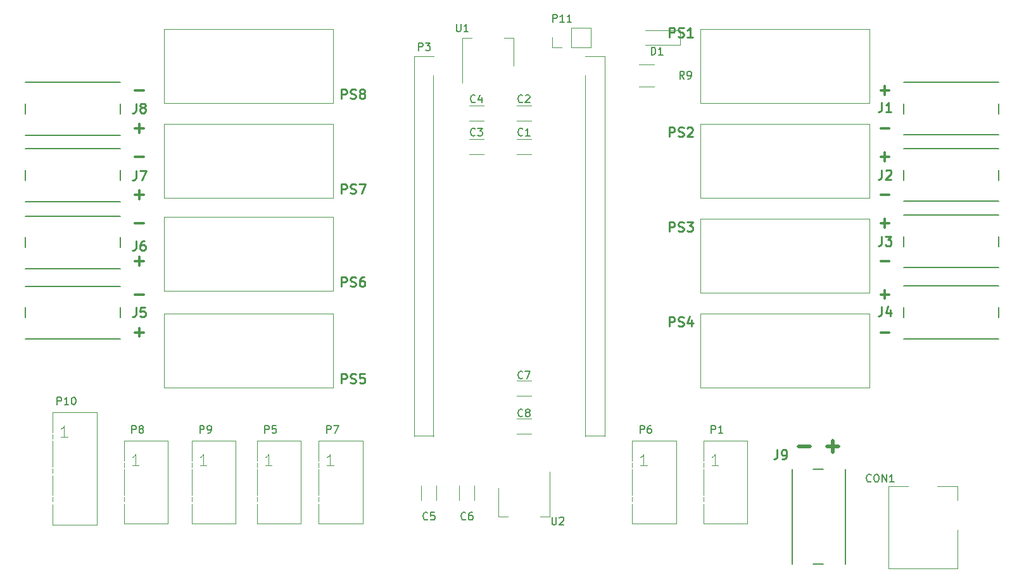
<source format=gbr>
G04 #@! TF.GenerationSoftware,KiCad,Pcbnew,(5.1.0)-1*
G04 #@! TF.CreationDate,2019-04-10T15:15:50-05:00*
G04 #@! TF.ProjectId,controlLED,636f6e74-726f-46c4-9c45-442e6b696361,rev?*
G04 #@! TF.SameCoordinates,Original*
G04 #@! TF.FileFunction,Legend,Top*
G04 #@! TF.FilePolarity,Positive*
%FSLAX46Y46*%
G04 Gerber Fmt 4.6, Leading zero omitted, Abs format (unit mm)*
G04 Created by KiCad (PCBNEW (5.1.0)-1) date 2019-04-10 15:15:50*
%MOMM*%
%LPD*%
G04 APERTURE LIST*
%ADD10C,0.300000*%
%ADD11C,0.500000*%
%ADD12C,0.120000*%
%ADD13C,0.100000*%
%ADD14C,0.200000*%
%ADD15C,0.150000*%
%ADD16C,0.254000*%
G04 APERTURE END LIST*
D10*
X195008571Y-66782142D02*
X196151428Y-66782142D01*
X195008571Y-75672142D02*
X196151428Y-75672142D01*
X195008571Y-84562142D02*
X196151428Y-84562142D01*
X195008571Y-94087142D02*
X196151428Y-94087142D01*
X95313571Y-89007142D02*
X96456428Y-89007142D01*
X95313571Y-79482142D02*
X96456428Y-79482142D01*
X95313571Y-61702142D02*
X96456428Y-61702142D01*
X95313571Y-70592142D02*
X96456428Y-70592142D01*
D11*
X184023095Y-109362857D02*
X185546904Y-109362857D01*
X187833095Y-109362857D02*
X189356904Y-109362857D01*
X188595000Y-110124761D02*
X188595000Y-108600952D01*
D10*
X95313571Y-94087142D02*
X96456428Y-94087142D01*
X95885000Y-94658571D02*
X95885000Y-93515714D01*
X95313571Y-84562142D02*
X96456428Y-84562142D01*
X95885000Y-85133571D02*
X95885000Y-83990714D01*
X95313571Y-75672142D02*
X96456428Y-75672142D01*
X95885000Y-76243571D02*
X95885000Y-75100714D01*
X95313571Y-66782142D02*
X96456428Y-66782142D01*
X95885000Y-67353571D02*
X95885000Y-66210714D01*
X195008571Y-89007142D02*
X196151428Y-89007142D01*
X195580000Y-89578571D02*
X195580000Y-88435714D01*
X195008571Y-61702142D02*
X196151428Y-61702142D01*
X195580000Y-62273571D02*
X195580000Y-61130714D01*
X195008571Y-79482142D02*
X196151428Y-79482142D01*
X195580000Y-80053571D02*
X195580000Y-78910714D01*
X195008571Y-70592142D02*
X196151428Y-70592142D01*
X195580000Y-71163571D02*
X195580000Y-70020714D01*
D12*
X205260000Y-120570000D02*
X205260000Y-125730000D01*
X205260000Y-125730000D02*
X196060000Y-125730000D01*
X202560000Y-114670000D02*
X205260000Y-114670000D01*
X205260000Y-114670000D02*
X205260000Y-116570000D01*
X196060000Y-125730000D02*
X196060000Y-114670000D01*
X196060000Y-114670000D02*
X198660000Y-114670000D01*
X132655000Y-59690000D02*
X132655000Y-108010000D01*
X158125000Y-57090000D02*
X158125000Y-108010000D01*
X132655000Y-57090000D02*
X135255000Y-57090000D01*
X132655000Y-59690000D02*
X132655000Y-57090000D01*
X155515000Y-57090000D02*
X158115000Y-57090000D01*
X132655000Y-107950000D02*
X135255000Y-107950000D01*
X155515000Y-107890000D02*
X158115000Y-107890000D01*
X135195000Y-59690000D02*
X135195000Y-108010000D01*
X155515000Y-59690000D02*
X155515000Y-108010000D01*
X139970000Y-70235000D02*
X141970000Y-70235000D01*
X141970000Y-68195000D02*
X139970000Y-68195000D01*
D13*
X121790000Y-91570000D02*
X121790000Y-101470000D01*
X121790000Y-101470000D02*
X99190000Y-101470000D01*
X99190000Y-101470000D02*
X99190000Y-91570000D01*
X99190000Y-91570000D02*
X121790000Y-91570000D01*
X170945000Y-63370000D02*
X170945000Y-53470000D01*
X170945000Y-53470000D02*
X193545000Y-53470000D01*
X193545000Y-53470000D02*
X193545000Y-63370000D01*
X193545000Y-63370000D02*
X170945000Y-63370000D01*
D12*
X143910000Y-118750000D02*
X145170000Y-118750000D01*
X150730000Y-118750000D02*
X149470000Y-118750000D01*
X143910000Y-114990000D02*
X143910000Y-118750000D01*
X150730000Y-112740000D02*
X150730000Y-118750000D01*
X148320000Y-68195000D02*
X146320000Y-68195000D01*
X146320000Y-70235000D02*
X148320000Y-70235000D01*
X148320000Y-63750000D02*
X146320000Y-63750000D01*
X146320000Y-65790000D02*
X148320000Y-65790000D01*
X139970000Y-65790000D02*
X141970000Y-65790000D01*
X141970000Y-63750000D02*
X139970000Y-63750000D01*
X135640000Y-116570000D02*
X135640000Y-114570000D01*
X133600000Y-114570000D02*
X133600000Y-116570000D01*
X140720000Y-116570000D02*
X140720000Y-114570000D01*
X138680000Y-114570000D02*
X138680000Y-116570000D01*
X148320000Y-100580000D02*
X146320000Y-100580000D01*
X146320000Y-102620000D02*
X148320000Y-102620000D01*
X148320000Y-105660000D02*
X146320000Y-105660000D01*
X146320000Y-107700000D02*
X148320000Y-107700000D01*
X168200000Y-55560000D02*
X168200000Y-53660000D01*
X168200000Y-53660000D02*
X163500000Y-53660000D01*
X168200000Y-55560000D02*
X163500000Y-55560000D01*
D14*
X210820000Y-67638000D02*
X198120000Y-67638000D01*
X198120000Y-60568000D02*
X210820000Y-60568000D01*
X210820000Y-64819000D02*
X210820000Y-63451000D01*
X198120000Y-64819000D02*
X198120000Y-63451000D01*
X210820000Y-76528000D02*
X198120000Y-76528000D01*
X198120000Y-69458000D02*
X210820000Y-69458000D01*
X210820000Y-73709000D02*
X210820000Y-72341000D01*
X198120000Y-73709000D02*
X198120000Y-72341000D01*
X210820000Y-85418000D02*
X198120000Y-85418000D01*
X198120000Y-78348000D02*
X210820000Y-78348000D01*
X210820000Y-82599000D02*
X210820000Y-81231000D01*
X198120000Y-82599000D02*
X198120000Y-81231000D01*
X210820000Y-94943000D02*
X198120000Y-94943000D01*
X198120000Y-87873000D02*
X210820000Y-87873000D01*
X210820000Y-92124000D02*
X210820000Y-90756000D01*
X198120000Y-92124000D02*
X198120000Y-90756000D01*
X80645000Y-87937000D02*
X93345000Y-87937000D01*
X93345000Y-95007000D02*
X80645000Y-95007000D01*
X80645000Y-90756000D02*
X80645000Y-92124000D01*
X93345000Y-90756000D02*
X93345000Y-92124000D01*
X80627000Y-78507000D02*
X93327000Y-78507000D01*
X93327000Y-85577000D02*
X80627000Y-85577000D01*
X80627000Y-81326000D02*
X80627000Y-82694000D01*
X93327000Y-81326000D02*
X93327000Y-82694000D01*
X80645000Y-69522000D02*
X93345000Y-69522000D01*
X93345000Y-76592000D02*
X80645000Y-76592000D01*
X80645000Y-72341000D02*
X80645000Y-73709000D01*
X93345000Y-72341000D02*
X93345000Y-73709000D01*
X183187000Y-125095000D02*
X183187000Y-112395000D01*
X190257000Y-112395000D02*
X190257000Y-125095000D01*
X186006000Y-125095000D02*
X187374000Y-125095000D01*
X186006000Y-112395000D02*
X187374000Y-112395000D01*
D12*
X171325000Y-116125000D02*
X171325000Y-116725000D01*
X171325000Y-111525000D02*
X171325000Y-112125000D01*
X177175000Y-108625000D02*
X177175000Y-119675000D01*
X171325000Y-108625000D02*
X177175000Y-108625000D01*
X171325000Y-112375000D02*
X171325000Y-115875000D01*
X171325000Y-119675000D02*
X177175000Y-119675000D01*
X171325000Y-108625000D02*
X171325000Y-111275000D01*
X171325000Y-117025000D02*
X171325000Y-119675000D01*
X111635000Y-116125000D02*
X111635000Y-116725000D01*
X111635000Y-111525000D02*
X111635000Y-112125000D01*
X117485000Y-108625000D02*
X117485000Y-119675000D01*
X111635000Y-108625000D02*
X117485000Y-108625000D01*
X111635000Y-112375000D02*
X111635000Y-115875000D01*
X111635000Y-119675000D02*
X117485000Y-119675000D01*
X111635000Y-108625000D02*
X111635000Y-111275000D01*
X111635000Y-117025000D02*
X111635000Y-119675000D01*
X161800000Y-116125000D02*
X161800000Y-116725000D01*
X161800000Y-111525000D02*
X161800000Y-112125000D01*
X167650000Y-108625000D02*
X167650000Y-119675000D01*
X161800000Y-108625000D02*
X167650000Y-108625000D01*
X161800000Y-112375000D02*
X161800000Y-115875000D01*
X161800000Y-119675000D02*
X167650000Y-119675000D01*
X161800000Y-108625000D02*
X161800000Y-111275000D01*
X161800000Y-117025000D02*
X161800000Y-119675000D01*
X119890000Y-116125000D02*
X119890000Y-116725000D01*
X119890000Y-111525000D02*
X119890000Y-112125000D01*
X125740000Y-108625000D02*
X125740000Y-119675000D01*
X119890000Y-108625000D02*
X125740000Y-108625000D01*
X119890000Y-112375000D02*
X119890000Y-115875000D01*
X119890000Y-119675000D02*
X125740000Y-119675000D01*
X119890000Y-108625000D02*
X119890000Y-111275000D01*
X119890000Y-117025000D02*
X119890000Y-119675000D01*
X93855000Y-116125000D02*
X93855000Y-116725000D01*
X93855000Y-111525000D02*
X93855000Y-112125000D01*
X99705000Y-108625000D02*
X99705000Y-119675000D01*
X93855000Y-108625000D02*
X99705000Y-108625000D01*
X93855000Y-112375000D02*
X93855000Y-115875000D01*
X93855000Y-119675000D02*
X99705000Y-119675000D01*
X93855000Y-108625000D02*
X93855000Y-111275000D01*
X93855000Y-117025000D02*
X93855000Y-119675000D01*
X102935000Y-116125000D02*
X102935000Y-116725000D01*
X102935000Y-111525000D02*
X102935000Y-112125000D01*
X108785000Y-108625000D02*
X108785000Y-119675000D01*
X102935000Y-108625000D02*
X108785000Y-108625000D01*
X102935000Y-112375000D02*
X102935000Y-115875000D01*
X102935000Y-119675000D02*
X108785000Y-119675000D01*
X102935000Y-108625000D02*
X102935000Y-111275000D01*
X102935000Y-117025000D02*
X102935000Y-119675000D01*
X84330000Y-112315000D02*
X84330000Y-112915000D01*
X84330000Y-107715000D02*
X84330000Y-108315000D01*
X90180000Y-104815000D02*
X90180000Y-119865000D01*
X84330000Y-104815000D02*
X90180000Y-104815000D01*
X84330000Y-108565000D02*
X84330000Y-112065000D01*
X84330000Y-119865000D02*
X90180000Y-119865000D01*
X84330000Y-104815000D02*
X84330000Y-107465000D01*
X84330000Y-113215000D02*
X84330000Y-115865000D01*
X84330000Y-117190000D02*
X84330000Y-119840000D01*
X84330000Y-116115000D02*
X84330000Y-116715000D01*
X156270000Y-55940000D02*
X156270000Y-53280000D01*
X153670000Y-55940000D02*
X156270000Y-55940000D01*
X153670000Y-53280000D02*
X156270000Y-53280000D01*
X153670000Y-55940000D02*
X153670000Y-53280000D01*
X152400000Y-55940000D02*
X151070000Y-55940000D01*
X151070000Y-55940000D02*
X151070000Y-54610000D01*
D13*
X170945000Y-76070000D02*
X170945000Y-66170000D01*
X170945000Y-66170000D02*
X193545000Y-66170000D01*
X193545000Y-66170000D02*
X193545000Y-76070000D01*
X193545000Y-76070000D02*
X170945000Y-76070000D01*
X170945000Y-88770000D02*
X170945000Y-78870000D01*
X170945000Y-78870000D02*
X193545000Y-78870000D01*
X193545000Y-78870000D02*
X193545000Y-88770000D01*
X193545000Y-88770000D02*
X170945000Y-88770000D01*
X170945000Y-101470000D02*
X170945000Y-91570000D01*
X170945000Y-91570000D02*
X193545000Y-91570000D01*
X193545000Y-91570000D02*
X193545000Y-101470000D01*
X193545000Y-101470000D02*
X170945000Y-101470000D01*
X121790000Y-78616000D02*
X121790000Y-88516000D01*
X121790000Y-88516000D02*
X99190000Y-88516000D01*
X99190000Y-88516000D02*
X99190000Y-78616000D01*
X99190000Y-78616000D02*
X121790000Y-78616000D01*
X121790000Y-66170000D02*
X121790000Y-76070000D01*
X121790000Y-76070000D02*
X99190000Y-76070000D01*
X99190000Y-76070000D02*
X99190000Y-66170000D01*
X99190000Y-66170000D02*
X121790000Y-66170000D01*
X121790000Y-53470000D02*
X121790000Y-63370000D01*
X121790000Y-63370000D02*
X99190000Y-63370000D01*
X99190000Y-63370000D02*
X99190000Y-53470000D01*
X99190000Y-53470000D02*
X121790000Y-53470000D01*
D12*
X162735000Y-58210000D02*
X164735000Y-58210000D01*
X164735000Y-61170000D02*
X162735000Y-61170000D01*
X145890000Y-54630000D02*
X144630000Y-54630000D01*
X139070000Y-54630000D02*
X140330000Y-54630000D01*
X145890000Y-58390000D02*
X145890000Y-54630000D01*
X139070000Y-60640000D02*
X139070000Y-54630000D01*
D14*
X80645000Y-60632000D02*
X93345000Y-60632000D01*
X93345000Y-67702000D02*
X80645000Y-67702000D01*
X80645000Y-63451000D02*
X80645000Y-64819000D01*
X93345000Y-63451000D02*
X93345000Y-64819000D01*
D15*
X193730714Y-114022142D02*
X193683095Y-114069761D01*
X193540238Y-114117380D01*
X193445000Y-114117380D01*
X193302142Y-114069761D01*
X193206904Y-113974523D01*
X193159285Y-113879285D01*
X193111666Y-113688809D01*
X193111666Y-113545952D01*
X193159285Y-113355476D01*
X193206904Y-113260238D01*
X193302142Y-113165000D01*
X193445000Y-113117380D01*
X193540238Y-113117380D01*
X193683095Y-113165000D01*
X193730714Y-113212619D01*
X194349761Y-113117380D02*
X194540238Y-113117380D01*
X194635476Y-113165000D01*
X194730714Y-113260238D01*
X194778333Y-113450714D01*
X194778333Y-113784047D01*
X194730714Y-113974523D01*
X194635476Y-114069761D01*
X194540238Y-114117380D01*
X194349761Y-114117380D01*
X194254523Y-114069761D01*
X194159285Y-113974523D01*
X194111666Y-113784047D01*
X194111666Y-113450714D01*
X194159285Y-113260238D01*
X194254523Y-113165000D01*
X194349761Y-113117380D01*
X195206904Y-114117380D02*
X195206904Y-113117380D01*
X195778333Y-114117380D01*
X195778333Y-113117380D01*
X196778333Y-114117380D02*
X196206904Y-114117380D01*
X196492619Y-114117380D02*
X196492619Y-113117380D01*
X196397380Y-113260238D01*
X196302142Y-113355476D01*
X196206904Y-113403095D01*
X133246904Y-56332380D02*
X133246904Y-55332380D01*
X133627857Y-55332380D01*
X133723095Y-55380000D01*
X133770714Y-55427619D01*
X133818333Y-55522857D01*
X133818333Y-55665714D01*
X133770714Y-55760952D01*
X133723095Y-55808571D01*
X133627857Y-55856190D01*
X133246904Y-55856190D01*
X134151666Y-55332380D02*
X134770714Y-55332380D01*
X134437380Y-55713333D01*
X134580238Y-55713333D01*
X134675476Y-55760952D01*
X134723095Y-55808571D01*
X134770714Y-55903809D01*
X134770714Y-56141904D01*
X134723095Y-56237142D01*
X134675476Y-56284761D01*
X134580238Y-56332380D01*
X134294523Y-56332380D01*
X134199285Y-56284761D01*
X134151666Y-56237142D01*
X140803333Y-67667142D02*
X140755714Y-67714761D01*
X140612857Y-67762380D01*
X140517619Y-67762380D01*
X140374761Y-67714761D01*
X140279523Y-67619523D01*
X140231904Y-67524285D01*
X140184285Y-67333809D01*
X140184285Y-67190952D01*
X140231904Y-67000476D01*
X140279523Y-66905238D01*
X140374761Y-66810000D01*
X140517619Y-66762380D01*
X140612857Y-66762380D01*
X140755714Y-66810000D01*
X140803333Y-66857619D01*
X141136666Y-66762380D02*
X141755714Y-66762380D01*
X141422380Y-67143333D01*
X141565238Y-67143333D01*
X141660476Y-67190952D01*
X141708095Y-67238571D01*
X141755714Y-67333809D01*
X141755714Y-67571904D01*
X141708095Y-67667142D01*
X141660476Y-67714761D01*
X141565238Y-67762380D01*
X141279523Y-67762380D01*
X141184285Y-67714761D01*
X141136666Y-67667142D01*
D16*
X122917857Y-100904523D02*
X122917857Y-99634523D01*
X123401666Y-99634523D01*
X123522619Y-99695000D01*
X123583095Y-99755476D01*
X123643571Y-99876428D01*
X123643571Y-100057857D01*
X123583095Y-100178809D01*
X123522619Y-100239285D01*
X123401666Y-100299761D01*
X122917857Y-100299761D01*
X124127380Y-100844047D02*
X124308809Y-100904523D01*
X124611190Y-100904523D01*
X124732142Y-100844047D01*
X124792619Y-100783571D01*
X124853095Y-100662619D01*
X124853095Y-100541666D01*
X124792619Y-100420714D01*
X124732142Y-100360238D01*
X124611190Y-100299761D01*
X124369285Y-100239285D01*
X124248333Y-100178809D01*
X124187857Y-100118333D01*
X124127380Y-99997380D01*
X124127380Y-99876428D01*
X124187857Y-99755476D01*
X124248333Y-99695000D01*
X124369285Y-99634523D01*
X124671666Y-99634523D01*
X124853095Y-99695000D01*
X126002142Y-99634523D02*
X125397380Y-99634523D01*
X125336904Y-100239285D01*
X125397380Y-100178809D01*
X125518333Y-100118333D01*
X125820714Y-100118333D01*
X125941666Y-100178809D01*
X126002142Y-100239285D01*
X126062619Y-100360238D01*
X126062619Y-100662619D01*
X126002142Y-100783571D01*
X125941666Y-100844047D01*
X125820714Y-100904523D01*
X125518333Y-100904523D01*
X125397380Y-100844047D01*
X125336904Y-100783571D01*
X166732857Y-54549523D02*
X166732857Y-53279523D01*
X167216666Y-53279523D01*
X167337619Y-53340000D01*
X167398095Y-53400476D01*
X167458571Y-53521428D01*
X167458571Y-53702857D01*
X167398095Y-53823809D01*
X167337619Y-53884285D01*
X167216666Y-53944761D01*
X166732857Y-53944761D01*
X167942380Y-54489047D02*
X168123809Y-54549523D01*
X168426190Y-54549523D01*
X168547142Y-54489047D01*
X168607619Y-54428571D01*
X168668095Y-54307619D01*
X168668095Y-54186666D01*
X168607619Y-54065714D01*
X168547142Y-54005238D01*
X168426190Y-53944761D01*
X168184285Y-53884285D01*
X168063333Y-53823809D01*
X168002857Y-53763333D01*
X167942380Y-53642380D01*
X167942380Y-53521428D01*
X168002857Y-53400476D01*
X168063333Y-53340000D01*
X168184285Y-53279523D01*
X168486666Y-53279523D01*
X168668095Y-53340000D01*
X169877619Y-54549523D02*
X169151904Y-54549523D01*
X169514761Y-54549523D02*
X169514761Y-53279523D01*
X169393809Y-53460952D01*
X169272857Y-53581904D01*
X169151904Y-53642380D01*
D15*
X151058095Y-118832380D02*
X151058095Y-119641904D01*
X151105714Y-119737142D01*
X151153333Y-119784761D01*
X151248571Y-119832380D01*
X151439047Y-119832380D01*
X151534285Y-119784761D01*
X151581904Y-119737142D01*
X151629523Y-119641904D01*
X151629523Y-118832380D01*
X152058095Y-118927619D02*
X152105714Y-118880000D01*
X152200952Y-118832380D01*
X152439047Y-118832380D01*
X152534285Y-118880000D01*
X152581904Y-118927619D01*
X152629523Y-119022857D01*
X152629523Y-119118095D01*
X152581904Y-119260952D01*
X152010476Y-119832380D01*
X152629523Y-119832380D01*
X147153333Y-67667142D02*
X147105714Y-67714761D01*
X146962857Y-67762380D01*
X146867619Y-67762380D01*
X146724761Y-67714761D01*
X146629523Y-67619523D01*
X146581904Y-67524285D01*
X146534285Y-67333809D01*
X146534285Y-67190952D01*
X146581904Y-67000476D01*
X146629523Y-66905238D01*
X146724761Y-66810000D01*
X146867619Y-66762380D01*
X146962857Y-66762380D01*
X147105714Y-66810000D01*
X147153333Y-66857619D01*
X148105714Y-67762380D02*
X147534285Y-67762380D01*
X147820000Y-67762380D02*
X147820000Y-66762380D01*
X147724761Y-66905238D01*
X147629523Y-67000476D01*
X147534285Y-67048095D01*
X147153333Y-63222142D02*
X147105714Y-63269761D01*
X146962857Y-63317380D01*
X146867619Y-63317380D01*
X146724761Y-63269761D01*
X146629523Y-63174523D01*
X146581904Y-63079285D01*
X146534285Y-62888809D01*
X146534285Y-62745952D01*
X146581904Y-62555476D01*
X146629523Y-62460238D01*
X146724761Y-62365000D01*
X146867619Y-62317380D01*
X146962857Y-62317380D01*
X147105714Y-62365000D01*
X147153333Y-62412619D01*
X147534285Y-62412619D02*
X147581904Y-62365000D01*
X147677142Y-62317380D01*
X147915238Y-62317380D01*
X148010476Y-62365000D01*
X148058095Y-62412619D01*
X148105714Y-62507857D01*
X148105714Y-62603095D01*
X148058095Y-62745952D01*
X147486666Y-63317380D01*
X148105714Y-63317380D01*
X140803333Y-63222142D02*
X140755714Y-63269761D01*
X140612857Y-63317380D01*
X140517619Y-63317380D01*
X140374761Y-63269761D01*
X140279523Y-63174523D01*
X140231904Y-63079285D01*
X140184285Y-62888809D01*
X140184285Y-62745952D01*
X140231904Y-62555476D01*
X140279523Y-62460238D01*
X140374761Y-62365000D01*
X140517619Y-62317380D01*
X140612857Y-62317380D01*
X140755714Y-62365000D01*
X140803333Y-62412619D01*
X141660476Y-62650714D02*
X141660476Y-63317380D01*
X141422380Y-62269761D02*
X141184285Y-62984047D01*
X141803333Y-62984047D01*
X134453333Y-119102142D02*
X134405714Y-119149761D01*
X134262857Y-119197380D01*
X134167619Y-119197380D01*
X134024761Y-119149761D01*
X133929523Y-119054523D01*
X133881904Y-118959285D01*
X133834285Y-118768809D01*
X133834285Y-118625952D01*
X133881904Y-118435476D01*
X133929523Y-118340238D01*
X134024761Y-118245000D01*
X134167619Y-118197380D01*
X134262857Y-118197380D01*
X134405714Y-118245000D01*
X134453333Y-118292619D01*
X135358095Y-118197380D02*
X134881904Y-118197380D01*
X134834285Y-118673571D01*
X134881904Y-118625952D01*
X134977142Y-118578333D01*
X135215238Y-118578333D01*
X135310476Y-118625952D01*
X135358095Y-118673571D01*
X135405714Y-118768809D01*
X135405714Y-119006904D01*
X135358095Y-119102142D01*
X135310476Y-119149761D01*
X135215238Y-119197380D01*
X134977142Y-119197380D01*
X134881904Y-119149761D01*
X134834285Y-119102142D01*
X139533333Y-119102142D02*
X139485714Y-119149761D01*
X139342857Y-119197380D01*
X139247619Y-119197380D01*
X139104761Y-119149761D01*
X139009523Y-119054523D01*
X138961904Y-118959285D01*
X138914285Y-118768809D01*
X138914285Y-118625952D01*
X138961904Y-118435476D01*
X139009523Y-118340238D01*
X139104761Y-118245000D01*
X139247619Y-118197380D01*
X139342857Y-118197380D01*
X139485714Y-118245000D01*
X139533333Y-118292619D01*
X140390476Y-118197380D02*
X140200000Y-118197380D01*
X140104761Y-118245000D01*
X140057142Y-118292619D01*
X139961904Y-118435476D01*
X139914285Y-118625952D01*
X139914285Y-119006904D01*
X139961904Y-119102142D01*
X140009523Y-119149761D01*
X140104761Y-119197380D01*
X140295238Y-119197380D01*
X140390476Y-119149761D01*
X140438095Y-119102142D01*
X140485714Y-119006904D01*
X140485714Y-118768809D01*
X140438095Y-118673571D01*
X140390476Y-118625952D01*
X140295238Y-118578333D01*
X140104761Y-118578333D01*
X140009523Y-118625952D01*
X139961904Y-118673571D01*
X139914285Y-118768809D01*
X147153333Y-100207142D02*
X147105714Y-100254761D01*
X146962857Y-100302380D01*
X146867619Y-100302380D01*
X146724761Y-100254761D01*
X146629523Y-100159523D01*
X146581904Y-100064285D01*
X146534285Y-99873809D01*
X146534285Y-99730952D01*
X146581904Y-99540476D01*
X146629523Y-99445238D01*
X146724761Y-99350000D01*
X146867619Y-99302380D01*
X146962857Y-99302380D01*
X147105714Y-99350000D01*
X147153333Y-99397619D01*
X147486666Y-99302380D02*
X148153333Y-99302380D01*
X147724761Y-100302380D01*
X147153333Y-105287142D02*
X147105714Y-105334761D01*
X146962857Y-105382380D01*
X146867619Y-105382380D01*
X146724761Y-105334761D01*
X146629523Y-105239523D01*
X146581904Y-105144285D01*
X146534285Y-104953809D01*
X146534285Y-104810952D01*
X146581904Y-104620476D01*
X146629523Y-104525238D01*
X146724761Y-104430000D01*
X146867619Y-104382380D01*
X146962857Y-104382380D01*
X147105714Y-104430000D01*
X147153333Y-104477619D01*
X147724761Y-104810952D02*
X147629523Y-104763333D01*
X147581904Y-104715714D01*
X147534285Y-104620476D01*
X147534285Y-104572857D01*
X147581904Y-104477619D01*
X147629523Y-104430000D01*
X147724761Y-104382380D01*
X147915238Y-104382380D01*
X148010476Y-104430000D01*
X148058095Y-104477619D01*
X148105714Y-104572857D01*
X148105714Y-104620476D01*
X148058095Y-104715714D01*
X148010476Y-104763333D01*
X147915238Y-104810952D01*
X147724761Y-104810952D01*
X147629523Y-104858571D01*
X147581904Y-104906190D01*
X147534285Y-105001428D01*
X147534285Y-105191904D01*
X147581904Y-105287142D01*
X147629523Y-105334761D01*
X147724761Y-105382380D01*
X147915238Y-105382380D01*
X148010476Y-105334761D01*
X148058095Y-105287142D01*
X148105714Y-105191904D01*
X148105714Y-105001428D01*
X148058095Y-104906190D01*
X148010476Y-104858571D01*
X147915238Y-104810952D01*
X164361904Y-56912380D02*
X164361904Y-55912380D01*
X164600000Y-55912380D01*
X164742857Y-55960000D01*
X164838095Y-56055238D01*
X164885714Y-56150476D01*
X164933333Y-56340952D01*
X164933333Y-56483809D01*
X164885714Y-56674285D01*
X164838095Y-56769523D01*
X164742857Y-56864761D01*
X164600000Y-56912380D01*
X164361904Y-56912380D01*
X165885714Y-56912380D02*
X165314285Y-56912380D01*
X165600000Y-56912380D02*
X165600000Y-55912380D01*
X165504761Y-56055238D01*
X165409523Y-56150476D01*
X165314285Y-56198095D01*
D16*
X195156666Y-63312663D02*
X195156666Y-64219806D01*
X195096190Y-64401235D01*
X194975238Y-64522187D01*
X194793809Y-64582663D01*
X194672857Y-64582663D01*
X196426666Y-64582663D02*
X195700952Y-64582663D01*
X196063809Y-64582663D02*
X196063809Y-63312663D01*
X195942857Y-63494092D01*
X195821904Y-63615044D01*
X195700952Y-63675520D01*
X195156666Y-72329523D02*
X195156666Y-73236666D01*
X195096190Y-73418095D01*
X194975238Y-73539047D01*
X194793809Y-73599523D01*
X194672857Y-73599523D01*
X195700952Y-72450476D02*
X195761428Y-72390000D01*
X195882380Y-72329523D01*
X196184761Y-72329523D01*
X196305714Y-72390000D01*
X196366190Y-72450476D01*
X196426666Y-72571428D01*
X196426666Y-72692380D01*
X196366190Y-72873809D01*
X195640476Y-73599523D01*
X196426666Y-73599523D01*
X195156666Y-81219523D02*
X195156666Y-82126666D01*
X195096190Y-82308095D01*
X194975238Y-82429047D01*
X194793809Y-82489523D01*
X194672857Y-82489523D01*
X195640476Y-81219523D02*
X196426666Y-81219523D01*
X196003333Y-81703333D01*
X196184761Y-81703333D01*
X196305714Y-81763809D01*
X196366190Y-81824285D01*
X196426666Y-81945238D01*
X196426666Y-82247619D01*
X196366190Y-82368571D01*
X196305714Y-82429047D01*
X196184761Y-82489523D01*
X195821904Y-82489523D01*
X195700952Y-82429047D01*
X195640476Y-82368571D01*
X195156666Y-90617663D02*
X195156666Y-91524806D01*
X195096190Y-91706235D01*
X194975238Y-91827187D01*
X194793809Y-91887663D01*
X194672857Y-91887663D01*
X196305714Y-91040997D02*
X196305714Y-91887663D01*
X196003333Y-90557187D02*
X195700952Y-91464330D01*
X196487142Y-91464330D01*
X95461666Y-90744523D02*
X95461666Y-91651666D01*
X95401190Y-91833095D01*
X95280238Y-91954047D01*
X95098809Y-92014523D01*
X94977857Y-92014523D01*
X96671190Y-90744523D02*
X96066428Y-90744523D01*
X96005952Y-91349285D01*
X96066428Y-91288809D01*
X96187380Y-91228333D01*
X96489761Y-91228333D01*
X96610714Y-91288809D01*
X96671190Y-91349285D01*
X96731666Y-91470238D01*
X96731666Y-91772619D01*
X96671190Y-91893571D01*
X96610714Y-91954047D01*
X96489761Y-92014523D01*
X96187380Y-92014523D01*
X96066428Y-91954047D01*
X96005952Y-91893571D01*
X95461666Y-81854523D02*
X95461666Y-82761666D01*
X95401190Y-82943095D01*
X95280238Y-83064047D01*
X95098809Y-83124523D01*
X94977857Y-83124523D01*
X96610714Y-81854523D02*
X96368809Y-81854523D01*
X96247857Y-81915000D01*
X96187380Y-81975476D01*
X96066428Y-82156904D01*
X96005952Y-82398809D01*
X96005952Y-82882619D01*
X96066428Y-83003571D01*
X96126904Y-83064047D01*
X96247857Y-83124523D01*
X96489761Y-83124523D01*
X96610714Y-83064047D01*
X96671190Y-83003571D01*
X96731666Y-82882619D01*
X96731666Y-82580238D01*
X96671190Y-82459285D01*
X96610714Y-82398809D01*
X96489761Y-82338333D01*
X96247857Y-82338333D01*
X96126904Y-82398809D01*
X96066428Y-82459285D01*
X96005952Y-82580238D01*
X95461666Y-72456383D02*
X95461666Y-73363526D01*
X95401190Y-73544955D01*
X95280238Y-73665907D01*
X95098809Y-73726383D01*
X94977857Y-73726383D01*
X95945476Y-72456383D02*
X96792142Y-72456383D01*
X96247857Y-73726383D01*
X181186666Y-109794523D02*
X181186666Y-110701666D01*
X181126190Y-110883095D01*
X181005238Y-111004047D01*
X180823809Y-111064523D01*
X180702857Y-111064523D01*
X181851904Y-111064523D02*
X182093809Y-111064523D01*
X182214761Y-111004047D01*
X182275238Y-110943571D01*
X182396190Y-110762142D01*
X182456666Y-110520238D01*
X182456666Y-110036428D01*
X182396190Y-109915476D01*
X182335714Y-109855000D01*
X182214761Y-109794523D01*
X181972857Y-109794523D01*
X181851904Y-109855000D01*
X181791428Y-109915476D01*
X181730952Y-110036428D01*
X181730952Y-110338809D01*
X181791428Y-110459761D01*
X181851904Y-110520238D01*
X181972857Y-110580714D01*
X182214761Y-110580714D01*
X182335714Y-110520238D01*
X182396190Y-110459761D01*
X182456666Y-110338809D01*
D15*
X172386904Y-107577380D02*
X172386904Y-106577380D01*
X172767857Y-106577380D01*
X172863095Y-106625000D01*
X172910714Y-106672619D01*
X172958333Y-106767857D01*
X172958333Y-106910714D01*
X172910714Y-107005952D01*
X172863095Y-107053571D01*
X172767857Y-107101190D01*
X172386904Y-107101190D01*
X173910714Y-107577380D02*
X173339285Y-107577380D01*
X173625000Y-107577380D02*
X173625000Y-106577380D01*
X173529761Y-106720238D01*
X173434523Y-106815476D01*
X173339285Y-106863095D01*
D12*
X173278571Y-111878571D02*
X172421428Y-111878571D01*
X172850000Y-111878571D02*
X172850000Y-110378571D01*
X172707142Y-110592857D01*
X172564285Y-110735714D01*
X172421428Y-110807142D01*
D15*
X112696904Y-107577380D02*
X112696904Y-106577380D01*
X113077857Y-106577380D01*
X113173095Y-106625000D01*
X113220714Y-106672619D01*
X113268333Y-106767857D01*
X113268333Y-106910714D01*
X113220714Y-107005952D01*
X113173095Y-107053571D01*
X113077857Y-107101190D01*
X112696904Y-107101190D01*
X114173095Y-106577380D02*
X113696904Y-106577380D01*
X113649285Y-107053571D01*
X113696904Y-107005952D01*
X113792142Y-106958333D01*
X114030238Y-106958333D01*
X114125476Y-107005952D01*
X114173095Y-107053571D01*
X114220714Y-107148809D01*
X114220714Y-107386904D01*
X114173095Y-107482142D01*
X114125476Y-107529761D01*
X114030238Y-107577380D01*
X113792142Y-107577380D01*
X113696904Y-107529761D01*
X113649285Y-107482142D01*
D12*
X113588571Y-111878571D02*
X112731428Y-111878571D01*
X113160000Y-111878571D02*
X113160000Y-110378571D01*
X113017142Y-110592857D01*
X112874285Y-110735714D01*
X112731428Y-110807142D01*
D15*
X162861904Y-107577380D02*
X162861904Y-106577380D01*
X163242857Y-106577380D01*
X163338095Y-106625000D01*
X163385714Y-106672619D01*
X163433333Y-106767857D01*
X163433333Y-106910714D01*
X163385714Y-107005952D01*
X163338095Y-107053571D01*
X163242857Y-107101190D01*
X162861904Y-107101190D01*
X164290476Y-106577380D02*
X164100000Y-106577380D01*
X164004761Y-106625000D01*
X163957142Y-106672619D01*
X163861904Y-106815476D01*
X163814285Y-107005952D01*
X163814285Y-107386904D01*
X163861904Y-107482142D01*
X163909523Y-107529761D01*
X164004761Y-107577380D01*
X164195238Y-107577380D01*
X164290476Y-107529761D01*
X164338095Y-107482142D01*
X164385714Y-107386904D01*
X164385714Y-107148809D01*
X164338095Y-107053571D01*
X164290476Y-107005952D01*
X164195238Y-106958333D01*
X164004761Y-106958333D01*
X163909523Y-107005952D01*
X163861904Y-107053571D01*
X163814285Y-107148809D01*
D12*
X163753571Y-111878571D02*
X162896428Y-111878571D01*
X163325000Y-111878571D02*
X163325000Y-110378571D01*
X163182142Y-110592857D01*
X163039285Y-110735714D01*
X162896428Y-110807142D01*
D15*
X120951904Y-107577380D02*
X120951904Y-106577380D01*
X121332857Y-106577380D01*
X121428095Y-106625000D01*
X121475714Y-106672619D01*
X121523333Y-106767857D01*
X121523333Y-106910714D01*
X121475714Y-107005952D01*
X121428095Y-107053571D01*
X121332857Y-107101190D01*
X120951904Y-107101190D01*
X121856666Y-106577380D02*
X122523333Y-106577380D01*
X122094761Y-107577380D01*
D12*
X121843571Y-111878571D02*
X120986428Y-111878571D01*
X121415000Y-111878571D02*
X121415000Y-110378571D01*
X121272142Y-110592857D01*
X121129285Y-110735714D01*
X120986428Y-110807142D01*
D15*
X94916904Y-107577380D02*
X94916904Y-106577380D01*
X95297857Y-106577380D01*
X95393095Y-106625000D01*
X95440714Y-106672619D01*
X95488333Y-106767857D01*
X95488333Y-106910714D01*
X95440714Y-107005952D01*
X95393095Y-107053571D01*
X95297857Y-107101190D01*
X94916904Y-107101190D01*
X96059761Y-107005952D02*
X95964523Y-106958333D01*
X95916904Y-106910714D01*
X95869285Y-106815476D01*
X95869285Y-106767857D01*
X95916904Y-106672619D01*
X95964523Y-106625000D01*
X96059761Y-106577380D01*
X96250238Y-106577380D01*
X96345476Y-106625000D01*
X96393095Y-106672619D01*
X96440714Y-106767857D01*
X96440714Y-106815476D01*
X96393095Y-106910714D01*
X96345476Y-106958333D01*
X96250238Y-107005952D01*
X96059761Y-107005952D01*
X95964523Y-107053571D01*
X95916904Y-107101190D01*
X95869285Y-107196428D01*
X95869285Y-107386904D01*
X95916904Y-107482142D01*
X95964523Y-107529761D01*
X96059761Y-107577380D01*
X96250238Y-107577380D01*
X96345476Y-107529761D01*
X96393095Y-107482142D01*
X96440714Y-107386904D01*
X96440714Y-107196428D01*
X96393095Y-107101190D01*
X96345476Y-107053571D01*
X96250238Y-107005952D01*
D12*
X95808571Y-111878571D02*
X94951428Y-111878571D01*
X95380000Y-111878571D02*
X95380000Y-110378571D01*
X95237142Y-110592857D01*
X95094285Y-110735714D01*
X94951428Y-110807142D01*
D15*
X103996904Y-107577380D02*
X103996904Y-106577380D01*
X104377857Y-106577380D01*
X104473095Y-106625000D01*
X104520714Y-106672619D01*
X104568333Y-106767857D01*
X104568333Y-106910714D01*
X104520714Y-107005952D01*
X104473095Y-107053571D01*
X104377857Y-107101190D01*
X103996904Y-107101190D01*
X105044523Y-107577380D02*
X105235000Y-107577380D01*
X105330238Y-107529761D01*
X105377857Y-107482142D01*
X105473095Y-107339285D01*
X105520714Y-107148809D01*
X105520714Y-106767857D01*
X105473095Y-106672619D01*
X105425476Y-106625000D01*
X105330238Y-106577380D01*
X105139761Y-106577380D01*
X105044523Y-106625000D01*
X104996904Y-106672619D01*
X104949285Y-106767857D01*
X104949285Y-107005952D01*
X104996904Y-107101190D01*
X105044523Y-107148809D01*
X105139761Y-107196428D01*
X105330238Y-107196428D01*
X105425476Y-107148809D01*
X105473095Y-107101190D01*
X105520714Y-107005952D01*
D12*
X104888571Y-111878571D02*
X104031428Y-111878571D01*
X104460000Y-111878571D02*
X104460000Y-110378571D01*
X104317142Y-110592857D01*
X104174285Y-110735714D01*
X104031428Y-110807142D01*
D15*
X84915714Y-103767380D02*
X84915714Y-102767380D01*
X85296666Y-102767380D01*
X85391904Y-102815000D01*
X85439523Y-102862619D01*
X85487142Y-102957857D01*
X85487142Y-103100714D01*
X85439523Y-103195952D01*
X85391904Y-103243571D01*
X85296666Y-103291190D01*
X84915714Y-103291190D01*
X86439523Y-103767380D02*
X85868095Y-103767380D01*
X86153809Y-103767380D02*
X86153809Y-102767380D01*
X86058571Y-102910238D01*
X85963333Y-103005476D01*
X85868095Y-103053095D01*
X87058571Y-102767380D02*
X87153809Y-102767380D01*
X87249047Y-102815000D01*
X87296666Y-102862619D01*
X87344285Y-102957857D01*
X87391904Y-103148333D01*
X87391904Y-103386428D01*
X87344285Y-103576904D01*
X87296666Y-103672142D01*
X87249047Y-103719761D01*
X87153809Y-103767380D01*
X87058571Y-103767380D01*
X86963333Y-103719761D01*
X86915714Y-103672142D01*
X86868095Y-103576904D01*
X86820476Y-103386428D01*
X86820476Y-103148333D01*
X86868095Y-102957857D01*
X86915714Y-102862619D01*
X86963333Y-102815000D01*
X87058571Y-102767380D01*
D12*
X86283571Y-108068571D02*
X85426428Y-108068571D01*
X85855000Y-108068571D02*
X85855000Y-106568571D01*
X85712142Y-106782857D01*
X85569285Y-106925714D01*
X85426428Y-106997142D01*
D15*
X151185714Y-52522380D02*
X151185714Y-51522380D01*
X151566666Y-51522380D01*
X151661904Y-51570000D01*
X151709523Y-51617619D01*
X151757142Y-51712857D01*
X151757142Y-51855714D01*
X151709523Y-51950952D01*
X151661904Y-51998571D01*
X151566666Y-52046190D01*
X151185714Y-52046190D01*
X152709523Y-52522380D02*
X152138095Y-52522380D01*
X152423809Y-52522380D02*
X152423809Y-51522380D01*
X152328571Y-51665238D01*
X152233333Y-51760476D01*
X152138095Y-51808095D01*
X153661904Y-52522380D02*
X153090476Y-52522380D01*
X153376190Y-52522380D02*
X153376190Y-51522380D01*
X153280952Y-51665238D01*
X153185714Y-51760476D01*
X153090476Y-51808095D01*
D16*
X166732857Y-67884523D02*
X166732857Y-66614523D01*
X167216666Y-66614523D01*
X167337619Y-66675000D01*
X167398095Y-66735476D01*
X167458571Y-66856428D01*
X167458571Y-67037857D01*
X167398095Y-67158809D01*
X167337619Y-67219285D01*
X167216666Y-67279761D01*
X166732857Y-67279761D01*
X167942380Y-67824047D02*
X168123809Y-67884523D01*
X168426190Y-67884523D01*
X168547142Y-67824047D01*
X168607619Y-67763571D01*
X168668095Y-67642619D01*
X168668095Y-67521666D01*
X168607619Y-67400714D01*
X168547142Y-67340238D01*
X168426190Y-67279761D01*
X168184285Y-67219285D01*
X168063333Y-67158809D01*
X168002857Y-67098333D01*
X167942380Y-66977380D01*
X167942380Y-66856428D01*
X168002857Y-66735476D01*
X168063333Y-66675000D01*
X168184285Y-66614523D01*
X168486666Y-66614523D01*
X168668095Y-66675000D01*
X169151904Y-66735476D02*
X169212380Y-66675000D01*
X169333333Y-66614523D01*
X169635714Y-66614523D01*
X169756666Y-66675000D01*
X169817142Y-66735476D01*
X169877619Y-66856428D01*
X169877619Y-66977380D01*
X169817142Y-67158809D01*
X169091428Y-67884523D01*
X169877619Y-67884523D01*
X166732857Y-80584523D02*
X166732857Y-79314523D01*
X167216666Y-79314523D01*
X167337619Y-79375000D01*
X167398095Y-79435476D01*
X167458571Y-79556428D01*
X167458571Y-79737857D01*
X167398095Y-79858809D01*
X167337619Y-79919285D01*
X167216666Y-79979761D01*
X166732857Y-79979761D01*
X167942380Y-80524047D02*
X168123809Y-80584523D01*
X168426190Y-80584523D01*
X168547142Y-80524047D01*
X168607619Y-80463571D01*
X168668095Y-80342619D01*
X168668095Y-80221666D01*
X168607619Y-80100714D01*
X168547142Y-80040238D01*
X168426190Y-79979761D01*
X168184285Y-79919285D01*
X168063333Y-79858809D01*
X168002857Y-79798333D01*
X167942380Y-79677380D01*
X167942380Y-79556428D01*
X168002857Y-79435476D01*
X168063333Y-79375000D01*
X168184285Y-79314523D01*
X168486666Y-79314523D01*
X168668095Y-79375000D01*
X169091428Y-79314523D02*
X169877619Y-79314523D01*
X169454285Y-79798333D01*
X169635714Y-79798333D01*
X169756666Y-79858809D01*
X169817142Y-79919285D01*
X169877619Y-80040238D01*
X169877619Y-80342619D01*
X169817142Y-80463571D01*
X169756666Y-80524047D01*
X169635714Y-80584523D01*
X169272857Y-80584523D01*
X169151904Y-80524047D01*
X169091428Y-80463571D01*
X166732857Y-93284523D02*
X166732857Y-92014523D01*
X167216666Y-92014523D01*
X167337619Y-92075000D01*
X167398095Y-92135476D01*
X167458571Y-92256428D01*
X167458571Y-92437857D01*
X167398095Y-92558809D01*
X167337619Y-92619285D01*
X167216666Y-92679761D01*
X166732857Y-92679761D01*
X167942380Y-93224047D02*
X168123809Y-93284523D01*
X168426190Y-93284523D01*
X168547142Y-93224047D01*
X168607619Y-93163571D01*
X168668095Y-93042619D01*
X168668095Y-92921666D01*
X168607619Y-92800714D01*
X168547142Y-92740238D01*
X168426190Y-92679761D01*
X168184285Y-92619285D01*
X168063333Y-92558809D01*
X168002857Y-92498333D01*
X167942380Y-92377380D01*
X167942380Y-92256428D01*
X168002857Y-92135476D01*
X168063333Y-92075000D01*
X168184285Y-92014523D01*
X168486666Y-92014523D01*
X168668095Y-92075000D01*
X169756666Y-92437857D02*
X169756666Y-93284523D01*
X169454285Y-91954047D02*
X169151904Y-92861190D01*
X169938095Y-92861190D01*
X122917857Y-87950523D02*
X122917857Y-86680523D01*
X123401666Y-86680523D01*
X123522619Y-86741000D01*
X123583095Y-86801476D01*
X123643571Y-86922428D01*
X123643571Y-87103857D01*
X123583095Y-87224809D01*
X123522619Y-87285285D01*
X123401666Y-87345761D01*
X122917857Y-87345761D01*
X124127380Y-87890047D02*
X124308809Y-87950523D01*
X124611190Y-87950523D01*
X124732142Y-87890047D01*
X124792619Y-87829571D01*
X124853095Y-87708619D01*
X124853095Y-87587666D01*
X124792619Y-87466714D01*
X124732142Y-87406238D01*
X124611190Y-87345761D01*
X124369285Y-87285285D01*
X124248333Y-87224809D01*
X124187857Y-87164333D01*
X124127380Y-87043380D01*
X124127380Y-86922428D01*
X124187857Y-86801476D01*
X124248333Y-86741000D01*
X124369285Y-86680523D01*
X124671666Y-86680523D01*
X124853095Y-86741000D01*
X125941666Y-86680523D02*
X125699761Y-86680523D01*
X125578809Y-86741000D01*
X125518333Y-86801476D01*
X125397380Y-86982904D01*
X125336904Y-87224809D01*
X125336904Y-87708619D01*
X125397380Y-87829571D01*
X125457857Y-87890047D01*
X125578809Y-87950523D01*
X125820714Y-87950523D01*
X125941666Y-87890047D01*
X126002142Y-87829571D01*
X126062619Y-87708619D01*
X126062619Y-87406238D01*
X126002142Y-87285285D01*
X125941666Y-87224809D01*
X125820714Y-87164333D01*
X125578809Y-87164333D01*
X125457857Y-87224809D01*
X125397380Y-87285285D01*
X125336904Y-87406238D01*
X122917857Y-75504523D02*
X122917857Y-74234523D01*
X123401666Y-74234523D01*
X123522619Y-74295000D01*
X123583095Y-74355476D01*
X123643571Y-74476428D01*
X123643571Y-74657857D01*
X123583095Y-74778809D01*
X123522619Y-74839285D01*
X123401666Y-74899761D01*
X122917857Y-74899761D01*
X124127380Y-75444047D02*
X124308809Y-75504523D01*
X124611190Y-75504523D01*
X124732142Y-75444047D01*
X124792619Y-75383571D01*
X124853095Y-75262619D01*
X124853095Y-75141666D01*
X124792619Y-75020714D01*
X124732142Y-74960238D01*
X124611190Y-74899761D01*
X124369285Y-74839285D01*
X124248333Y-74778809D01*
X124187857Y-74718333D01*
X124127380Y-74597380D01*
X124127380Y-74476428D01*
X124187857Y-74355476D01*
X124248333Y-74295000D01*
X124369285Y-74234523D01*
X124671666Y-74234523D01*
X124853095Y-74295000D01*
X125276428Y-74234523D02*
X126123095Y-74234523D01*
X125578809Y-75504523D01*
X122917857Y-62804523D02*
X122917857Y-61534523D01*
X123401666Y-61534523D01*
X123522619Y-61595000D01*
X123583095Y-61655476D01*
X123643571Y-61776428D01*
X123643571Y-61957857D01*
X123583095Y-62078809D01*
X123522619Y-62139285D01*
X123401666Y-62199761D01*
X122917857Y-62199761D01*
X124127380Y-62744047D02*
X124308809Y-62804523D01*
X124611190Y-62804523D01*
X124732142Y-62744047D01*
X124792619Y-62683571D01*
X124853095Y-62562619D01*
X124853095Y-62441666D01*
X124792619Y-62320714D01*
X124732142Y-62260238D01*
X124611190Y-62199761D01*
X124369285Y-62139285D01*
X124248333Y-62078809D01*
X124187857Y-62018333D01*
X124127380Y-61897380D01*
X124127380Y-61776428D01*
X124187857Y-61655476D01*
X124248333Y-61595000D01*
X124369285Y-61534523D01*
X124671666Y-61534523D01*
X124853095Y-61595000D01*
X125578809Y-62078809D02*
X125457857Y-62018333D01*
X125397380Y-61957857D01*
X125336904Y-61836904D01*
X125336904Y-61776428D01*
X125397380Y-61655476D01*
X125457857Y-61595000D01*
X125578809Y-61534523D01*
X125820714Y-61534523D01*
X125941666Y-61595000D01*
X126002142Y-61655476D01*
X126062619Y-61776428D01*
X126062619Y-61836904D01*
X126002142Y-61957857D01*
X125941666Y-62018333D01*
X125820714Y-62078809D01*
X125578809Y-62078809D01*
X125457857Y-62139285D01*
X125397380Y-62199761D01*
X125336904Y-62320714D01*
X125336904Y-62562619D01*
X125397380Y-62683571D01*
X125457857Y-62744047D01*
X125578809Y-62804523D01*
X125820714Y-62804523D01*
X125941666Y-62744047D01*
X126002142Y-62683571D01*
X126062619Y-62562619D01*
X126062619Y-62320714D01*
X126002142Y-62199761D01*
X125941666Y-62139285D01*
X125820714Y-62078809D01*
D15*
X168743333Y-60142380D02*
X168410000Y-59666190D01*
X168171904Y-60142380D02*
X168171904Y-59142380D01*
X168552857Y-59142380D01*
X168648095Y-59190000D01*
X168695714Y-59237619D01*
X168743333Y-59332857D01*
X168743333Y-59475714D01*
X168695714Y-59570952D01*
X168648095Y-59618571D01*
X168552857Y-59666190D01*
X168171904Y-59666190D01*
X169219523Y-60142380D02*
X169410000Y-60142380D01*
X169505238Y-60094761D01*
X169552857Y-60047142D01*
X169648095Y-59904285D01*
X169695714Y-59713809D01*
X169695714Y-59332857D01*
X169648095Y-59237619D01*
X169600476Y-59190000D01*
X169505238Y-59142380D01*
X169314761Y-59142380D01*
X169219523Y-59190000D01*
X169171904Y-59237619D01*
X169124285Y-59332857D01*
X169124285Y-59570952D01*
X169171904Y-59666190D01*
X169219523Y-59713809D01*
X169314761Y-59761428D01*
X169505238Y-59761428D01*
X169600476Y-59713809D01*
X169648095Y-59666190D01*
X169695714Y-59570952D01*
X138303095Y-52792380D02*
X138303095Y-53601904D01*
X138350714Y-53697142D01*
X138398333Y-53744761D01*
X138493571Y-53792380D01*
X138684047Y-53792380D01*
X138779285Y-53744761D01*
X138826904Y-53697142D01*
X138874523Y-53601904D01*
X138874523Y-52792380D01*
X139874523Y-53792380D02*
X139303095Y-53792380D01*
X139588809Y-53792380D02*
X139588809Y-52792380D01*
X139493571Y-52935238D01*
X139398333Y-53030476D01*
X139303095Y-53078095D01*
D16*
X95461666Y-63439523D02*
X95461666Y-64346666D01*
X95401190Y-64528095D01*
X95280238Y-64649047D01*
X95098809Y-64709523D01*
X94977857Y-64709523D01*
X96247857Y-63983809D02*
X96126904Y-63923333D01*
X96066428Y-63862857D01*
X96005952Y-63741904D01*
X96005952Y-63681428D01*
X96066428Y-63560476D01*
X96126904Y-63500000D01*
X96247857Y-63439523D01*
X96489761Y-63439523D01*
X96610714Y-63500000D01*
X96671190Y-63560476D01*
X96731666Y-63681428D01*
X96731666Y-63741904D01*
X96671190Y-63862857D01*
X96610714Y-63923333D01*
X96489761Y-63983809D01*
X96247857Y-63983809D01*
X96126904Y-64044285D01*
X96066428Y-64104761D01*
X96005952Y-64225714D01*
X96005952Y-64467619D01*
X96066428Y-64588571D01*
X96126904Y-64649047D01*
X96247857Y-64709523D01*
X96489761Y-64709523D01*
X96610714Y-64649047D01*
X96671190Y-64588571D01*
X96731666Y-64467619D01*
X96731666Y-64225714D01*
X96671190Y-64104761D01*
X96610714Y-64044285D01*
X96489761Y-63983809D01*
M02*

</source>
